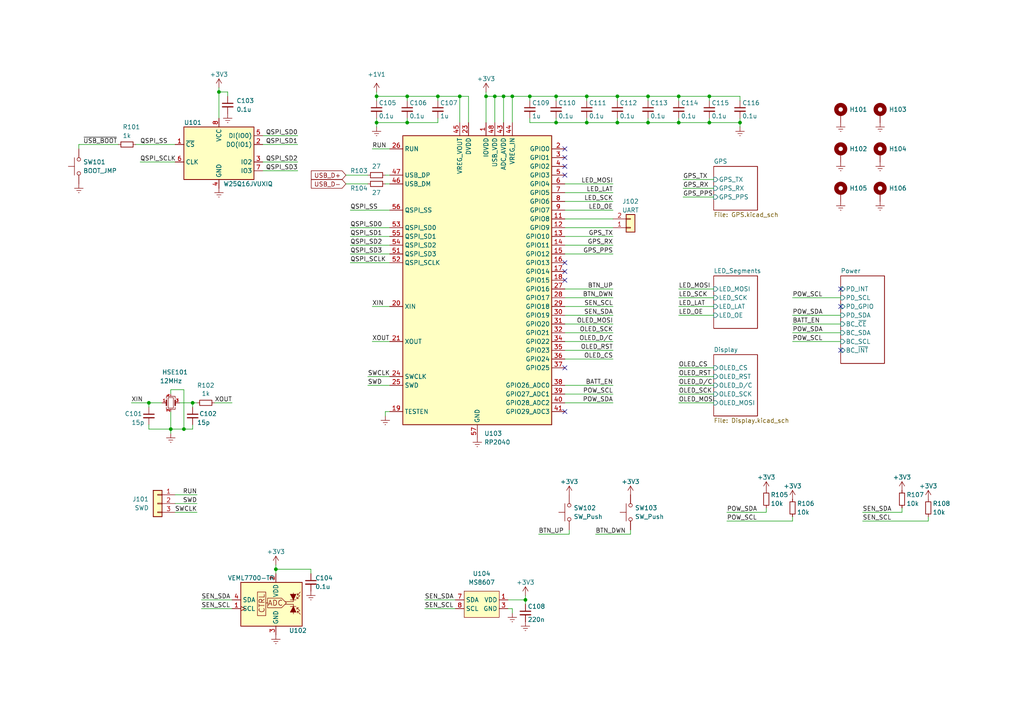
<source format=kicad_sch>
(kicad_sch (version 20211123) (generator eeschema)
  (paper "A4")
  (lib_symbols
    (symbol "Clock:MS8607"
      (property "Reference" "U" (at 0 7.62 0))
      (property "Value" "MS8607" (at 0 5.08 0))
      (symbol "MS8607_0_1"
        (rectangle (start -5.08 3.81) (end 5.08 -3.81) (fill (type background)))
      )
      (symbol "MS8607_1_1"
        (pin input line (at -7.62 1.27 0) (length 2.54) (name "VDD") (number "1"))
        (pin no_connect line (at 3.81 -6.35 90) (length 2.54) hide (name "") (number "2"))
        (pin input line (at -7.62 -1.27 0) (length 2.54) (name "GND") (number "3"))
        (pin no_connect line (at 1.27 -6.35 90) (length 2.54) hide (name "") (number "4"))
        (pin no_connect line (at -3.81 -6.35 90) (length 2.54) hide (name "") (number "5"))
        (pin no_connect line (at -1.27 -6.35 90) (length 2.54) hide (name "") (number "6"))
        (pin input line (at 7.62 1.27 180) (length 2.54) (name "SDA") (number "7"))
        (pin input line (at 7.62 -1.27 180) (length 2.54) (name "SCL") (number "8"))
      )
    )
    (symbol "Clock:VEML7700-TR"
      (property "Reference" "U" (at -7.62 6.35 0))
      (property "Value" "VEML7700-TR" (at 1.27 6.35 0))
      (symbol "VEML7700-TR_0_0"
        (polyline (pts (xy 2.413 -0.889) (xy 2.794 -0.889)))
        (polyline (pts (xy -5.08 -4.064) (xy -5.08 -1.27) (xy -2.667 -1.27)))
        (polyline (pts (xy -5.08 2.032) (xy -5.08 -0.508) (xy -2.667 -0.508)))
        (polyline (pts (xy -3.048 -0.889) (xy -1.651 -2.286) (xy 2.413 -2.286) (xy 2.413 -0.889)))
        (polyline (pts (xy -3.048 -0.889) (xy -1.651 0.508) (xy 2.413 0.508) (xy 2.413 -0.889)))
        (rectangle (start 2.921 2.286) (end 5.334 -4.572))
        (text "ADC" (at 0.127 -0.889 0) (effects (font (size 1.524 1.524))))
        (text "CTRL" (at 4.064 -1.016 900) (effects (font (size 1.524 1.524))))
      )
      (symbol "VEML7700-TR_0_1"
        (polyline (pts (xy -6.223 -3.302) (xy -7.112 -4.191)))
        (polyline (pts (xy -6.223 -3.302) (xy -6.731 -3.302)))
        (polyline (pts (xy -6.223 -3.302) (xy -6.223 -3.81)))
        (polyline (pts (xy -6.223 1.397) (xy -7.112 2.286)))
        (polyline (pts (xy -6.223 1.397) (xy -6.731 1.397)))
        (polyline (pts (xy -6.223 1.397) (xy -6.223 1.905)))
        (polyline (pts (xy -6.096 -2.286) (xy -6.985 -3.175)))
        (polyline (pts (xy -6.096 -2.286) (xy -6.604 -2.286)))
        (polyline (pts (xy -6.096 -2.286) (xy -6.096 -2.794)))
        (polyline (pts (xy -6.096 0.381) (xy -6.985 1.27)))
        (polyline (pts (xy -6.096 0.381) (xy -6.604 0.381)))
        (polyline (pts (xy -6.096 0.381) (xy -6.096 0.889)))
        (polyline (pts (xy -5.842 -1.905) (xy -4.191 -1.905)))
        (polyline (pts (xy -5.842 0) (xy -4.191 0)))
        (polyline (pts (xy -5.842 -3.556) (xy -4.191 -3.556) (xy -5.08 -1.905) (xy -5.842 -3.556)) (fill (type outline)))
        (polyline (pts (xy -5.842 1.651) (xy -4.191 1.651) (xy -5.08 0) (xy -5.842 1.651)) (fill (type outline)))
        (rectangle (start 10.16 5.08) (end -7.62 -7.62) (stroke (width 0.254)) (fill (type background)))
      )
      (symbol "VEML7700-TR_1_1"
        (pin input clock (at 12.7 -2.54 180) (length 2.54) (name "SCL") (number "1"))
        (pin power_in line (at 0 7.62 270) (length 2.54) (name "VDD") (number "2"))
        (pin power_in line (at 0 -10.16 90) (length 2.54) (name "GND") (number "3"))
        (pin bidirectional line (at 12.7 0 180) (length 2.54) (name "SDA") (number "4"))
      )
    )
    (symbol "Clock:W25Q16JVUXIQ"
      (property "Reference" "U" (at -8.89 8.89 0))
      (property "Value" "W25Q16JVUXIQ" (at 7.62 8.89 0))
      (symbol "W25Q16JVUXIQ_0_1"
        (rectangle (start -10.16 7.62) (end 10.16 -7.62) (stroke (width 0.254)) (fill (type background)))
      )
      (symbol "W25Q16JVUXIQ_1_1"
        (pin input line (at -12.7 2.54 0) (length 2.54) (name "~{CS}") (number "1"))
        (pin bidirectional line (at 12.7 2.54 180) (length 2.54) (name "DO(IO1)") (number "2"))
        (pin bidirectional line (at 12.7 -2.54 180) (length 2.54) (name "IO2") (number "3"))
        (pin power_in line (at 0 -10.16 90) (length 2.54) (name "GND") (number "4"))
        (pin bidirectional line (at 12.7 5.08 180) (length 2.54) (name "DI(IO0)") (number "5"))
        (pin input line (at -12.7 -2.54 0) (length 2.54) (name "CLK") (number "6"))
        (pin bidirectional line (at 12.7 -5.08 180) (length 2.54) (name "IO3") (number "7"))
        (pin power_in line (at 0 10.16 270) (length 2.54) (name "VCC") (number "8"))
      )
    )
    (symbol "Connector_Generic:Conn_01x02" (pin_names (offset 1.016) hide)
      (property "Reference" "J" (at 0 2.54 0))
      (property "Value" "Conn_01x02" (at 0 -5.08 0))
      (symbol "Conn_01x02_1_1"
        (rectangle (start -1.27 -2.413) (end 0 -2.667) (stroke (width 0.1524)))
        (rectangle (start -1.27 0.127) (end 0 -0.127) (stroke (width 0.1524)))
        (rectangle (start -1.27 1.27) (end 1.27 -3.81) (stroke (width 0.254)) (fill (type background)))
        (pin passive line (at -5.08 0 0) (length 3.81) (name "Pin_1") (number "1"))
        (pin passive line (at -5.08 -2.54 0) (length 3.81) (name "Pin_2") (number "2"))
      )
    )
    (symbol "Connector_Generic:Conn_01x03" (pin_names (offset 1.016) hide)
      (property "Reference" "J" (at 0 5.08 0))
      (property "Value" "Conn_01x03" (at 0 -5.08 0))
      (symbol "Conn_01x03_1_1"
        (rectangle (start -1.27 -2.413) (end 0 -2.667) (stroke (width 0.1524)))
        (rectangle (start -1.27 0.127) (end 0 -0.127) (stroke (width 0.1524)))
        (rectangle (start -1.27 2.667) (end 0 2.413) (stroke (width 0.1524)))
        (rectangle (start -1.27 3.81) (end 1.27 -3.81) (stroke (width 0.254)) (fill (type background)))
        (pin passive line (at -5.08 2.54 0) (length 3.81) (name "Pin_1") (number "1"))
        (pin passive line (at -5.08 0 0) (length 3.81) (name "Pin_2") (number "2"))
        (pin passive line (at -5.08 -2.54 0) (length 3.81) (name "Pin_3") (number "3"))
      )
    )
    (symbol "Device:C_Small" (pin_numbers hide) (pin_names (offset 0.254) hide)
      (property "Reference" "C" (at 0.254 1.778 0))
      (property "Value" "C_Small" (at 0.254 -2.032 0))
      (symbol "C_Small_0_1"
        (polyline (pts (xy -1.524 -0.508) (xy 1.524 -0.508)) (stroke (width 0.3302)))
        (polyline (pts (xy -1.524 0.508) (xy 1.524 0.508)) (stroke (width 0.3048)))
      )
      (symbol "C_Small_1_1"
        (pin passive line (at 0 2.54 270) (length 2.032) (name "~") (number "1"))
        (pin passive line (at 0 -2.54 90) (length 2.032) (name "~") (number "2"))
      )
    )
    (symbol "Device:Crystal_GND24_Small" (pin_names (offset 1.016) hide)
      (property "Reference" "Y" (at 1.27 4.445 0))
      (property "Value" "Crystal_GND24_Small" (at 1.27 2.54 0))
      (symbol "Crystal_GND24_Small_0_1"
        (rectangle (start -0.762 -1.524) (end 0.762 1.524))
        (polyline (pts (xy -1.27 -0.762) (xy -1.27 0.762)) (stroke (width 0.381)))
        (polyline (pts (xy 1.27 -0.762) (xy 1.27 0.762)) (stroke (width 0.381)))
        (polyline (pts (xy -1.27 -1.27) (xy -1.27 -1.905) (xy 1.27 -1.905) (xy 1.27 -1.27)))
        (polyline (pts (xy -1.27 1.27) (xy -1.27 1.905) (xy 1.27 1.905) (xy 1.27 1.27)))
      )
      (symbol "Crystal_GND24_Small_1_1"
        (pin passive line (at -2.54 0 0) (length 1.27) (name "1") (number "1"))
        (pin passive line (at 0 -2.54 90) (length 0.635) (name "2") (number "2"))
        (pin passive line (at 2.54 0 180) (length 1.27) (name "3") (number "3"))
        (pin passive line (at 0 2.54 270) (length 0.635) (name "4") (number "4"))
      )
    )
    (symbol "Device:R_Small" (pin_numbers hide) (pin_names (offset 0.254) hide)
      (property "Reference" "R" (at 0.762 0.508 0))
      (property "Value" "R_Small" (at 0.762 -1.016 0))
      (symbol "R_Small_0_1"
        (rectangle (start -0.762 1.778) (end 0.762 -1.778) (stroke (width 0.2032)))
      )
      (symbol "R_Small_1_1"
        (pin passive line (at 0 2.54 270) (length 0.762) (name "~") (number "1"))
        (pin passive line (at 0 -2.54 90) (length 0.762) (name "~") (number "2"))
      )
    )
    (symbol "MCU_RaspberryPi:RP2040"
      (property "Reference" "U" (at 17.78 45.72 0))
      (property "Value" "RP2040" (at 17.78 43.18 0))
      (symbol "RP2040_0_1"
        (rectangle (start -21.59 41.91) (end 21.59 -41.91) (stroke (width 0.254)) (fill (type background)))
      )
      (symbol "RP2040_1_1"
        (pin power_in line (at 2.54 45.72 270) (length 3.81) (name "IOVDD") (number "1"))
        (pin passive line (at 2.54 45.72 270) (length 3.81) hide (name "IOVDD") (number "10"))
        (pin bidirectional line (at 25.4 17.78 180) (length 3.81) (name "GPIO8") (number "11"))
        (pin bidirectional line (at 25.4 15.24 180) (length 3.81) (name "GPIO9") (number "12"))
        (pin bidirectional line (at 25.4 12.7 180) (length 3.81) (name "GPIO10") (number "13"))
        (pin bidirectional line (at 25.4 10.16 180) (length 3.81) (name "GPIO11") (number "14"))
        (pin bidirectional line (at 25.4 7.62 180) (length 3.81) (name "GPIO12") (number "15"))
        (pin bidirectional line (at 25.4 5.08 180) (length 3.81) (name "GPIO13") (number "16"))
        (pin bidirectional line (at 25.4 2.54 180) (length 3.81) (name "GPIO14") (number "17"))
        (pin bidirectional line (at 25.4 0 180) (length 3.81) (name "GPIO15") (number "18"))
        (pin input line (at -25.4 -38.1 0) (length 3.81) (name "TESTEN") (number "19"))
        (pin bidirectional line (at 25.4 38.1 180) (length 3.81) (name "GPIO0") (number "2"))
        (pin input line (at -25.4 -7.62 0) (length 3.81) (name "XIN") (number "20"))
        (pin passive line (at -25.4 -17.78 0) (length 3.81) (name "XOUT") (number "21"))
        (pin passive line (at 2.54 45.72 270) (length 3.81) hide (name "IOVDD") (number "22"))
        (pin power_in line (at -2.54 45.72 270) (length 3.81) (name "DVDD") (number "23"))
        (pin output line (at -25.4 -27.94 0) (length 3.81) (name "SWCLK") (number "24"))
        (pin bidirectional line (at -25.4 -30.48 0) (length 3.81) (name "SWD") (number "25"))
        (pin input line (at -25.4 38.1 0) (length 3.81) (name "RUN") (number "26"))
        (pin bidirectional line (at 25.4 -2.54 180) (length 3.81) (name "GPIO16") (number "27"))
        (pin bidirectional line (at 25.4 -5.08 180) (length 3.81) (name "GPIO17") (number "28"))
        (pin bidirectional line (at 25.4 -7.62 180) (length 3.81) (name "GPIO18") (number "29"))
        (pin bidirectional line (at 25.4 35.56 180) (length 3.81) (name "GPIO1") (number "3"))
        (pin bidirectional line (at 25.4 -10.16 180) (length 3.81) (name "GPIO19") (number "30"))
        (pin bidirectional line (at 25.4 -12.7 180) (length 3.81) (name "GPIO20") (number "31"))
        (pin bidirectional line (at 25.4 -15.24 180) (length 3.81) (name "GPIO21") (number "32"))
        (pin passive line (at 2.54 45.72 270) (length 3.81) hide (name "IOVDD") (number "33"))
        (pin bidirectional line (at 25.4 -17.78 180) (length 3.81) (name "GPIO22") (number "34"))
        (pin bidirectional line (at 25.4 -20.32 180) (length 3.81) (name "GPIO23") (number "35"))
        (pin bidirectional line (at 25.4 -22.86 180) (length 3.81) (name "GPIO24") (number "36"))
        (pin bidirectional line (at 25.4 -25.4 180) (length 3.81) (name "GPIO25") (number "37"))
        (pin bidirectional line (at 25.4 -30.48 180) (length 3.81) (name "GPIO26_ADC0") (number "38"))
        (pin bidirectional line (at 25.4 -33.02 180) (length 3.81) (name "GPIO27_ADC1") (number "39"))
        (pin bidirectional line (at 25.4 33.02 180) (length 3.81) (name "GPIO2") (number "4"))
        (pin bidirectional line (at 25.4 -35.56 180) (length 3.81) (name "GPIO28_ADC2") (number "40"))
        (pin bidirectional line (at 25.4 -38.1 180) (length 3.81) (name "GPIO29_ADC3") (number "41"))
        (pin passive line (at 2.54 45.72 270) (length 3.81) hide (name "IOVDD") (number "42"))
        (pin power_in line (at 7.62 45.72 270) (length 3.81) (name "ADC_AVDD") (number "43"))
        (pin power_in line (at 10.16 45.72 270) (length 3.81) (name "VREG_IN") (number "44"))
        (pin power_out line (at -5.08 45.72 270) (length 3.81) (name "VREG_VOUT") (number "45"))
        (pin bidirectional line (at -25.4 27.94 0) (length 3.81) (name "USB_DM") (number "46"))
        (pin bidirectional line (at -25.4 30.48 0) (length 3.81) (name "USB_DP") (number "47"))
        (pin power_in line (at 5.08 45.72 270) (length 3.81) (name "USB_VDD") (number "48"))
        (pin passive line (at 2.54 45.72 270) (length 3.81) hide (name "IOVDD") (number "49"))
        (pin bidirectional line (at 25.4 30.48 180) (length 3.81) (name "GPIO3") (number "5"))
        (pin passive line (at -2.54 45.72 270) (length 3.81) hide (name "DVDD") (number "50"))
        (pin bidirectional line (at -25.4 7.62 0) (length 3.81) (name "QSPI_SD3") (number "51"))
        (pin output line (at -25.4 5.08 0) (length 3.81) (name "QSPI_SCLK") (number "52"))
        (pin bidirectional line (at -25.4 15.24 0) (length 3.81) (name "QSPI_SD0") (number "53"))
        (pin bidirectional line (at -25.4 10.16 0) (length 3.81) (name "QSPI_SD2") (number "54"))
        (pin bidirectional line (at -25.4 12.7 0) (length 3.81) (name "QSPI_SD1") (number "55"))
        (pin bidirectional line (at -25.4 20.32 0) (length 3.81) (name "QSPI_SS") (number "56"))
        (pin power_in line (at 0 -45.72 90) (length 3.81) (name "GND") (number "57"))
        (pin bidirectional line (at 25.4 27.94 180) (length 3.81) (name "GPIO4") (number "6"))
        (pin bidirectional line (at 25.4 25.4 180) (length 3.81) (name "GPIO5") (number "7"))
        (pin bidirectional line (at 25.4 22.86 180) (length 3.81) (name "GPIO6") (number "8"))
        (pin bidirectional line (at 25.4 20.32 180) (length 3.81) (name "GPIO7") (number "9"))
      )
    )
    (symbol "Mechanical:MountingHole_Pad" (pin_numbers hide) (pin_names (offset 1.016) hide)
      (property "Reference" "H" (at 0 6.35 0))
      (property "Value" "MountingHole_Pad" (at 0 4.445 0))
      (symbol "MountingHole_Pad_0_1"
        (circle (center 0 1.27) (radius 1.27) (stroke (width 1.27)))
      )
      (symbol "MountingHole_Pad_1_1"
        (pin input line (at 0 -2.54 90) (length 2.54) (name "1") (number "1"))
      )
    )
    (symbol "Switch:SW_Push" (pin_numbers hide) (pin_names (offset 1.016) hide)
      (property "Reference" "SW" (at 1.27 2.54 0))
      (property "Value" "SW_Push" (at 0 -1.524 0))
      (symbol "SW_Push_0_1"
        (circle (center -2.032 0) (radius 0.508))
        (polyline (pts (xy 0 1.27) (xy 0 3.048)))
        (polyline (pts (xy 2.54 1.27) (xy -2.54 1.27)))
        (circle (center 2.032 0) (radius 0.508))
        (pin passive line (at -5.08 0 0) (length 2.54) (name "1") (number "1"))
        (pin passive line (at 5.08 0 180) (length 2.54) (name "2") (number "2"))
      )
    )
    (symbol "power:+1V1" (power) (pin_names (offset 0))
      (property "Value" "+1V1" (at 0 3.556 0))
      (symbol "+1V1_0_1"
        (polyline (pts (xy -0.762 1.27) (xy 0 2.54)))
        (polyline (pts (xy 0 0) (xy 0 2.54)))
        (polyline (pts (xy 0 2.54) (xy 0.762 1.27)))
      )
      (symbol "+1V1_1_1"
        (pin power_in line (at 0 0 90) (length 0) hide (name "+1V1") (number "1"))
      )
    )
    (symbol "power:+3V3" (power) (pin_names (offset 0))
      (property "Value" "+3V3" (at 0 3.556 0))
      (symbol "+3V3_0_1"
        (polyline (pts (xy -0.762 1.27) (xy 0 2.54)))
        (polyline (pts (xy 0 0) (xy 0 2.54)))
        (polyline (pts (xy 0 2.54) (xy 0.762 1.27)))
      )
      (symbol "+3V3_1_1"
        (pin power_in line (at 0 0 90) (length 0) hide (name "+3V3") (number "1"))
      )
    )
    (symbol "power:Earth" (power) (pin_names (offset 0))
      (symbol "Earth_0_1"
        (polyline (pts (xy -0.635 -1.905) (xy 0.635 -1.905)))
        (polyline (pts (xy -0.127 -2.54) (xy 0.127 -2.54)))
        (polyline (pts (xy 0 -1.27) (xy 0 0)))
        (polyline (pts (xy 1.27 -1.27) (xy -1.27 -1.27)))
      )
      (symbol "Earth_1_1"
        (pin power_in line (at 0 0 270) (length 0) hide (name "Earth") (number "1"))
      )
    )
  )
  (junction (at 161.29 35.56))
  (junction (at 63.5 26.67))
  (junction (at 53.34 124.46))
  (junction (at 109.22 35.56))
  (junction (at 133.35 27.94))
  (junction (at 161.29 27.94))
  (junction (at 43.18 116.84))
  (junction (at 80.01 165.1))
  (junction (at 170.18 35.56))
  (junction (at 170.18 27.94))
  (junction (at 214.63 35.56))
  (junction (at 55.88 116.84))
  (junction (at 152.4 173.99))
  (junction (at 196.85 27.94))
  (junction (at 127 27.94))
  (junction (at 143.51 27.94))
  (junction (at 196.85 35.56))
  (junction (at 187.96 35.56))
  (junction (at 205.74 27.94))
  (junction (at 153.67 27.94))
  (junction (at 187.96 27.94))
  (junction (at 49.53 124.46))
  (junction (at 109.22 27.94))
  (junction (at 140.97 27.94))
  (junction (at 148.59 27.94))
  (junction (at 205.74 35.56))
  (junction (at 146.05 27.94))
  (junction (at 118.11 35.56))
  (junction (at 179.07 35.56))
  (junction (at 118.11 27.94))
  (junction (at 179.07 27.94))
  (no_connect (at 163.83 106.68))
  (no_connect (at 243.84 101.6))
  (no_connect (at 163.83 119.38))
  (no_connect (at 163.83 43.18))
  (no_connect (at 163.83 76.2))
  (no_connect (at 163.83 48.26))
  (no_connect (at 163.83 78.74))
  (no_connect (at 163.83 45.72))
  (no_connect (at 163.83 81.28))
  (no_connect (at 163.83 50.8))
  (no_connect (at 243.84 88.9))
  (no_connect (at 243.84 83.82))
  (wire (pts (xy 53.34 124.46) (xy 49.53 124.46)))
  (wire (pts (xy 187.96 27.94) (xy 187.96 29.21)))
  (wire (pts (xy 22.86 41.91) (xy 34.29 41.91)))
  (wire (pts (xy 55.88 116.84) (xy 55.88 118.11)))
  (wire (pts (xy 163.83 86.36) (xy 177.8 86.36)))
  (wire (pts (xy 148.59 177.8) (xy 148.59 176.53)))
  (wire (pts (xy 53.34 113.03) (xy 53.34 124.46)))
  (wire (pts (xy 107.95 43.18) (xy 113.03 43.18)))
  (wire (pts (xy 161.29 27.94) (xy 170.18 27.94)))
  (wire (pts (xy 170.18 27.94) (xy 179.07 27.94)))
  (wire (pts (xy 205.74 35.56) (xy 196.85 35.56)))
  (wire (pts (xy 177.8 111.76) (xy 163.83 111.76)))
  (wire (pts (xy 90.17 165.1) (xy 80.01 165.1)))
  (wire (pts (xy 187.96 34.29) (xy 187.96 35.56)))
  (wire (pts (xy 170.18 35.56) (xy 161.29 35.56)))
  (wire (pts (xy 80.01 163.83) (xy 80.01 165.1)))
  (wire (pts (xy 163.83 93.98) (xy 177.8 93.98)))
  (wire (pts (xy 163.83 83.82) (xy 177.8 83.82)))
  (wire (pts (xy 250.19 151.13) (xy 269.24 151.13)))
  (wire (pts (xy 43.18 124.46) (xy 49.53 124.46)))
  (wire (pts (xy 198.12 54.61) (xy 207.01 54.61)))
  (wire (pts (xy 76.2 39.37) (xy 86.36 39.37)))
  (wire (pts (xy 140.97 35.56) (xy 140.97 27.94)))
  (wire (pts (xy 163.83 104.14) (xy 177.8 104.14)))
  (wire (pts (xy 196.85 83.82) (xy 207.01 83.82)))
  (wire (pts (xy 163.83 88.9) (xy 177.8 88.9)))
  (wire (pts (xy 118.11 34.29) (xy 118.11 35.56)))
  (wire (pts (xy 165.1 154.94) (xy 165.1 153.67)))
  (wire (pts (xy 76.2 49.53) (xy 86.36 49.53)))
  (wire (pts (xy 163.83 96.52) (xy 177.8 96.52)))
  (wire (pts (xy 118.11 27.94) (xy 118.11 29.21)))
  (wire (pts (xy 57.15 143.51) (xy 50.8 143.51)))
  (wire (pts (xy 163.83 63.5) (xy 177.8 63.5)))
  (wire (pts (xy 152.4 172.72) (xy 152.4 173.99)))
  (wire (pts (xy 163.83 99.06) (xy 177.8 99.06)))
  (wire (pts (xy 250.19 148.59) (xy 261.62 148.59)))
  (wire (pts (xy 109.22 35.56) (xy 109.22 36.83)))
  (wire (pts (xy 229.87 96.52) (xy 243.84 96.52)))
  (wire (pts (xy 214.63 35.56) (xy 214.63 36.83)))
  (wire (pts (xy 111.76 119.38) (xy 113.03 119.38)))
  (wire (pts (xy 148.59 27.94) (xy 148.59 35.56)))
  (wire (pts (xy 111.76 50.8) (xy 113.03 50.8)))
  (wire (pts (xy 111.76 53.34) (xy 113.03 53.34)))
  (wire (pts (xy 182.88 153.67) (xy 182.88 154.94)))
  (wire (pts (xy 127 35.56) (xy 118.11 35.56)))
  (wire (pts (xy 100.33 50.8) (xy 106.68 50.8)))
  (wire (pts (xy 153.67 27.94) (xy 161.29 27.94)))
  (wire (pts (xy 43.18 116.84) (xy 46.99 116.84)))
  (wire (pts (xy 229.87 86.36) (xy 243.84 86.36)))
  (wire (pts (xy 22.86 43.18) (xy 22.86 41.91)))
  (wire (pts (xy 163.83 71.12) (xy 177.8 71.12)))
  (wire (pts (xy 163.83 91.44) (xy 177.8 91.44)))
  (wire (pts (xy 163.83 53.34) (xy 177.8 53.34)))
  (wire (pts (xy 222.25 147.32) (xy 222.25 148.59)))
  (wire (pts (xy 161.29 35.56) (xy 153.67 35.56)))
  (wire (pts (xy 179.07 35.56) (xy 170.18 35.56)))
  (wire (pts (xy 76.2 41.91) (xy 86.36 41.91)))
  (wire (pts (xy 143.51 27.94) (xy 146.05 27.94)))
  (wire (pts (xy 109.22 27.94) (xy 118.11 27.94)))
  (wire (pts (xy 118.11 35.56) (xy 109.22 35.56)))
  (wire (pts (xy 161.29 27.94) (xy 161.29 29.21)))
  (wire (pts (xy 152.4 173.99) (xy 147.32 173.99)))
  (wire (pts (xy 179.07 27.94) (xy 179.07 29.21)))
  (wire (pts (xy 163.83 66.04) (xy 177.8 66.04)))
  (wire (pts (xy 123.19 176.53) (xy 132.08 176.53)))
  (wire (pts (xy 196.85 114.3) (xy 207.01 114.3)))
  (wire (pts (xy 196.85 27.94) (xy 205.74 27.94)))
  (wire (pts (xy 205.74 27.94) (xy 205.74 29.21)))
  (wire (pts (xy 57.15 148.59) (xy 50.8 148.59)))
  (wire (pts (xy 229.87 149.86) (xy 229.87 151.13)))
  (wire (pts (xy 55.88 124.46) (xy 53.34 124.46)))
  (wire (pts (xy 90.17 166.37) (xy 90.17 165.1)))
  (wire (pts (xy 152.4 175.26) (xy 152.4 173.99)))
  (wire (pts (xy 210.82 151.13) (xy 229.87 151.13)))
  (wire (pts (xy 163.83 58.42) (xy 177.8 58.42)))
  (wire (pts (xy 198.12 57.15) (xy 207.01 57.15)))
  (wire (pts (xy 196.85 34.29) (xy 196.85 35.56)))
  (wire (pts (xy 229.87 93.98) (xy 243.84 93.98)))
  (wire (pts (xy 63.5 25.4) (xy 63.5 26.67)))
  (wire (pts (xy 205.74 27.94) (xy 214.63 27.94)))
  (wire (pts (xy 127 34.29) (xy 127 35.56)))
  (wire (pts (xy 58.42 173.99) (xy 67.31 173.99)))
  (wire (pts (xy 196.85 111.76) (xy 207.01 111.76)))
  (wire (pts (xy 163.83 73.66) (xy 177.8 73.66)))
  (wire (pts (xy 229.87 99.06) (xy 243.84 99.06)))
  (wire (pts (xy 101.6 71.12) (xy 113.03 71.12)))
  (wire (pts (xy 187.96 27.94) (xy 196.85 27.94)))
  (wire (pts (xy 196.85 106.68) (xy 207.01 106.68)))
  (wire (pts (xy 101.6 66.04) (xy 113.03 66.04)))
  (wire (pts (xy 76.2 46.99) (xy 86.36 46.99)))
  (wire (pts (xy 106.68 109.22) (xy 113.03 109.22)))
  (wire (pts (xy 55.88 123.19) (xy 55.88 124.46)))
  (wire (pts (xy 57.15 146.05) (xy 50.8 146.05)))
  (wire (pts (xy 163.83 114.3) (xy 177.8 114.3)))
  (wire (pts (xy 101.6 60.96) (xy 113.03 60.96)))
  (wire (pts (xy 52.07 116.84) (xy 55.88 116.84)))
  (wire (pts (xy 172.72 154.94) (xy 182.88 154.94)))
  (wire (pts (xy 43.18 116.84) (xy 43.18 118.11)))
  (wire (pts (xy 109.22 29.21) (xy 109.22 27.94)))
  (wire (pts (xy 43.18 123.19) (xy 43.18 124.46)))
  (wire (pts (xy 269.24 149.86) (xy 269.24 151.13)))
  (wire (pts (xy 163.83 68.58) (xy 177.8 68.58)))
  (wire (pts (xy 101.6 76.2) (xy 113.03 76.2)))
  (wire (pts (xy 127 27.94) (xy 133.35 27.94)))
  (wire (pts (xy 66.04 26.67) (xy 66.04 27.94)))
  (wire (pts (xy 179.07 27.94) (xy 187.96 27.94)))
  (wire (pts (xy 107.95 99.06) (xy 113.03 99.06)))
  (wire (pts (xy 196.85 35.56) (xy 187.96 35.56)))
  (wire (pts (xy 170.18 34.29) (xy 170.18 35.56)))
  (wire (pts (xy 49.53 113.03) (xy 53.34 113.03)))
  (wire (pts (xy 140.97 26.67) (xy 140.97 27.94)))
  (wire (pts (xy 214.63 34.29) (xy 214.63 35.56)))
  (wire (pts (xy 187.96 35.56) (xy 179.07 35.56)))
  (wire (pts (xy 111.76 120.65) (xy 111.76 119.38)))
  (wire (pts (xy 214.63 29.21) (xy 214.63 27.94)))
  (wire (pts (xy 261.62 147.32) (xy 261.62 148.59)))
  (wire (pts (xy 196.85 27.94) (xy 196.85 29.21)))
  (wire (pts (xy 107.95 88.9) (xy 113.03 88.9)))
  (wire (pts (xy 161.29 34.29) (xy 161.29 35.56)))
  (wire (pts (xy 49.53 114.3) (xy 49.53 113.03)))
  (wire (pts (xy 143.51 27.94) (xy 143.51 35.56)))
  (wire (pts (xy 38.1 116.84) (xy 43.18 116.84)))
  (wire (pts (xy 39.37 41.91) (xy 50.8 41.91)))
  (wire (pts (xy 133.35 35.56) (xy 133.35 27.94)))
  (wire (pts (xy 196.85 116.84) (xy 207.01 116.84)))
  (wire (pts (xy 49.53 119.38) (xy 49.53 124.46)))
  (wire (pts (xy 163.83 101.6) (xy 177.8 101.6)))
  (wire (pts (xy 205.74 34.29) (xy 205.74 35.56)))
  (wire (pts (xy 156.21 154.94) (xy 165.1 154.94)))
  (wire (pts (xy 198.12 52.07) (xy 207.01 52.07)))
  (wire (pts (xy 163.83 60.96) (xy 177.8 60.96)))
  (wire (pts (xy 63.5 34.29) (xy 63.5 26.67)))
  (wire (pts (xy 146.05 27.94) (xy 148.59 27.94)))
  (wire (pts (xy 118.11 27.94) (xy 127 27.94)))
  (wire (pts (xy 146.05 27.94) (xy 146.05 35.56)))
  (wire (pts (xy 58.42 176.53) (xy 67.31 176.53)))
  (wire (pts (xy 153.67 29.21) (xy 153.67 27.94)))
  (wire (pts (xy 63.5 26.67) (xy 66.04 26.67)))
  (wire (pts (xy 179.07 34.29) (xy 179.07 35.56)))
  (wire (pts (xy 170.18 27.94) (xy 170.18 29.21)))
  (wire (pts (xy 109.22 35.56) (xy 109.22 34.29)))
  (wire (pts (xy 210.82 148.59) (xy 222.25 148.59)))
  (wire (pts (xy 106.68 111.76) (xy 113.03 111.76)))
  (wire (pts (xy 214.63 35.56) (xy 205.74 35.56)))
  (wire (pts (xy 229.87 91.44) (xy 243.84 91.44)))
  (wire (pts (xy 100.33 53.34) (xy 106.68 53.34)))
  (wire (pts (xy 135.89 27.94) (xy 135.89 35.56)))
  (wire (pts (xy 196.85 91.44) (xy 207.01 91.44)))
  (wire (pts (xy 127 27.94) (xy 127 29.21)))
  (wire (pts (xy 62.23 116.84) (xy 67.31 116.84)))
  (wire (pts (xy 101.6 73.66) (xy 113.03 73.66)))
  (wire (pts (xy 196.85 88.9) (xy 207.01 88.9)))
  (wire (pts (xy 196.85 109.22) (xy 207.01 109.22)))
  (wire (pts (xy 80.01 165.1) (xy 80.01 166.37)))
  (wire (pts (xy 57.15 116.84) (xy 55.88 116.84)))
  (wire (pts (xy 163.83 55.88) (xy 177.8 55.88)))
  (wire (pts (xy 196.85 86.36) (xy 207.01 86.36)))
  (wire (pts (xy 140.97 27.94) (xy 143.51 27.94)))
  (wire (pts (xy 40.64 46.99) (xy 50.8 46.99)))
  (wire (pts (xy 148.59 176.53) (xy 147.32 176.53)))
  (wire (pts (xy 163.83 116.84) (xy 177.8 116.84)))
  (wire (pts (xy 133.35 27.94) (xy 135.89 27.94)))
  (wire (pts (xy 101.6 68.58) (xy 113.03 68.58)))
  (wire (pts (xy 153.67 35.56) (xy 153.67 34.29)))
  (wire (pts (xy 153.67 27.94) (xy 148.59 27.94)))
  (wire (pts (xy 49.53 125.73) (xy 49.53 124.46)))
  (wire (pts (xy 109.22 26.67) (xy 109.22 27.94)))
  (wire (pts (xy 123.19 173.99) (xy 132.08 173.99)))
  (label "POW_SDA" (at 177.8 116.84 180))
  (label "RUN" (at 57.15 143.51 180))
  (label "BTN_DWN" (at 177.8 86.36 180))
  (label "OLED_SCK" (at 177.8 96.52 180))
  (label "GPS_PPS" (at 198.12 57.15 0))
  (label "POW_SCL" (at 210.82 151.13 0))
  (label "LED_LAT" (at 196.85 88.9 0))
  (label "QSPI_SD1" (at 101.6 68.58 0))
  (label "QSPI_SD3" (at 101.6 73.66 0))
  (label "~{USB_BOOT}" (at 24.13 41.91 0))
  (label "SEN_SDA" (at 58.42 173.99 0))
  (label "OLED_RST" (at 177.8 101.6 180))
  (label "OLED_MOSI" (at 177.8 93.98 180))
  (label "QSPI_SCLK" (at 40.64 46.99 0))
  (label "POW_SDA" (at 210.82 148.59 0))
  (label "LED_SCK" (at 196.85 86.36 0))
  (label "BATT_EN" (at 177.8 111.76 180))
  (label "LED_OE" (at 196.85 91.44 0))
  (label "OLED_CS" (at 177.8 104.14 180))
  (label "RUN" (at 107.95 43.18 0))
  (label "SWD" (at 106.68 111.76 0))
  (label "LED_OE" (at 177.8 60.96 180))
  (label "POW_SDA" (at 229.87 91.44 0))
  (label "GPS_RX" (at 198.12 54.61 0))
  (label "QSPI_SD0" (at 101.6 66.04 0))
  (label "QSPI_SS" (at 40.64 41.91 0))
  (label "QSPI_SCLK" (at 101.6 76.2 0))
  (label "OLED_RST" (at 196.85 109.22 0))
  (label "LED_MOSI" (at 196.85 83.82 0))
  (label "XOUT" (at 67.31 116.84 180))
  (label "GPS_PPS" (at 177.8 73.66 180))
  (label "SEN_SCL" (at 250.19 151.13 0))
  (label "QSPI_SD3" (at 86.36 49.53 180))
  (label "QSPI_SD0" (at 86.36 39.37 180))
  (label "QSPI_SD1" (at 86.36 41.91 180))
  (label "XIN" (at 38.1 116.84 0))
  (label "QSPI_SS" (at 101.6 60.96 0))
  (label "LED_LAT" (at 177.8 55.88 180))
  (label "OLED_MOSI" (at 196.85 116.84 0))
  (label "OLED_SCK" (at 196.85 114.3 0))
  (label "SEN_SCL" (at 58.42 176.53 0))
  (label "BTN_UP" (at 156.21 154.94 0))
  (label "SEN_SCL" (at 123.19 176.53 0))
  (label "QSPI_SD2" (at 101.6 71.12 0))
  (label "LED_MOSI" (at 177.8 53.34 180))
  (label "SWCLK" (at 57.15 148.59 180))
  (label "POW_SCL" (at 229.87 99.06 0))
  (label "GPS_RX" (at 177.8 71.12 180))
  (label "QSPI_SD2" (at 86.36 46.99 180))
  (label "GPS_TX" (at 177.8 68.58 180))
  (label "POW_SCL" (at 177.8 114.3 180))
  (label "BATT_EN" (at 229.87 93.98 0))
  (label "OLED_D{slash}C" (at 196.85 111.76 0))
  (label "GPS_TX" (at 198.12 52.07 0))
  (label "XIN" (at 107.95 88.9 0))
  (label "POW_SCL" (at 229.87 86.36 0))
  (label "SEN_SCL" (at 177.8 88.9 180))
  (label "OLED_CS" (at 196.85 106.68 0))
  (label "XOUT" (at 107.95 99.06 0))
  (label "SEN_SDA" (at 250.19 148.59 0))
  (label "SEN_SDA" (at 177.8 91.44 180))
  (label "SEN_SDA" (at 123.19 173.99 0))
  (label "BTN_DWN" (at 172.72 154.94 0))
  (label "OLED_D{slash}C" (at 177.8 99.06 180))
  (label "LED_SCK" (at 177.8 58.42 180))
  (label "POW_SDA" (at 229.87 96.52 0))
  (label "SWCLK" (at 106.68 109.22 0))
  (label "SWD" (at 57.15 146.05 180))
  (label "BTN_UP" (at 177.8 83.82 180))
  (global_label "USB_D+" (shape input) (at 100.33 50.8 180) (property "Intersheet References" "${INTERSHEET_REFS}" (effects hide)))
  (global_label "USB_D-" (shape input) (at 100.33 53.34 180) (property "Intersheet References" "${INTERSHEET_REFS}" (effects hide)))
  (symbol (lib_id "Mechanical:MountingHole_Pad") (at 255.27 33.02 0) (unit 1)
    (property "Reference" "H103" (at 257.81 31.7499 0) (effects (justify left)))
    (property "Value" "MountingHole_Pad" (effects hide))
    (property "Footprint" "MountingHole:MountingHole_2.2mm_M2_DIN965_Pad" (effects hide))
  )
  (symbol (lib_id "power:+3V3") (at 261.62 142.24 0) (unit 1)
    (property "Reference" "#PWR0126" (effects hide))
    (property "Value" "+3V3" (at 261.62 138.43 0))
  )
  (symbol (lib_id "Device:C_Small") (at 214.63 31.75 0) (unit 1)
    (property "Reference" "C116" (at 215.265 29.845 0) (effects (justify left)))
    (property "Value" "0.1u" (at 215.265 33.655 0) (effects (justify left)))
    (property "Footprint" "Capacitor_SMD:C_0402_1005Metric" (effects hide))
  )
  (symbol (lib_id "Mechanical:MountingHole_Pad") (at 243.84 33.02 0) (unit 1)
    (property "Reference" "H101" (at 246.38 31.7499 0) (effects (justify left)))
    (property "Value" "MountingHole_Pad" (effects hide))
    (property "Footprint" "MountingHole:MountingHole_2.2mm_M2_DIN965_Pad" (effects hide))
  )
  (symbol (lib_id "power:Earth") (at 243.84 46.99 0) (unit 1)
    (property "Reference" "#PWR0123" (effects hide))
    (property "Value" "Earth" (effects hide))
  )
  (symbol (lib_id "power:+3V3") (at 222.25 142.24 0) (unit 1)
    (property "Reference" "#PWR0120" (effects hide))
    (property "Value" "+3V3" (at 222.25 138.43 0))
  )
  (symbol (lib_id "power:Earth") (at 214.63 36.83 0) (mirror y) (unit 1)
    (property "Reference" "#PWR0119" (effects hide))
    (property "Value" "Earth" (effects hide))
  )
  (symbol (lib_id "power:Earth") (at 63.5 54.61 0) (mirror y) (unit 1)
    (property "Reference" "#PWR0104" (effects hide))
    (property "Value" "Earth" (effects hide))
  )
  (symbol (lib_id "Device:R_Small") (at 109.22 50.8 90) (unit 1)
    (property "Reference" "R103" (at 106.68 49.53 90) (effects (justify left)))
    (property "Value" "27" (at 110.49 48.26 90) (effects (justify left)))
    (property "Footprint" "Resistor_SMD:R_0402_1005Metric" (effects hide))
  )
  (symbol (lib_id "power:Earth") (at 80.01 184.15 0) (mirror y) (unit 1)
    (property "Reference" "#PWR0107" (effects hide))
    (property "Value" "Earth" (effects hide))
  )
  (symbol (lib_id "Device:C_Small") (at 170.18 31.75 0) (unit 1)
    (property "Reference" "C111" (at 170.815 29.845 0) (effects (justify left)))
    (property "Value" "0.1u" (at 170.815 33.655 0) (effects (justify left)))
    (property "Footprint" "Capacitor_SMD:C_0402_1005Metric" (effects hide))
  )
  (symbol (lib_id "power:Earth") (at 66.04 33.02 0) (mirror y) (unit 1)
    (property "Reference" "#PWR0105" (effects hide))
    (property "Value" "Earth" (effects hide))
  )
  (symbol (lib_id "power:Earth") (at 152.4 180.34 0) (unit 1)
    (property "Reference" "#PWR0116" (effects hide))
    (property "Value" "Earth" (effects hide))
  )
  (symbol (lib_id "Device:C_Small") (at 55.88 120.65 0) (unit 1)
    (property "Reference" "C102" (at 57.785 120.015 0) (effects (justify left)))
    (property "Value" "15p" (at 57.15 122.555 0) (effects (justify left)))
    (property "Footprint" "Capacitor_SMD:C_0402_1005Metric" (effects hide))
  )
  (symbol (lib_id "power:+3V3") (at 80.01 163.83 0) (mirror y) (unit 1)
    (property "Reference" "#PWR0106" (effects hide))
    (property "Value" "+3V3" (at 80.01 160.02 0))
  )
  (symbol (lib_id "power:Earth") (at 255.27 46.99 0) (unit 1)
    (property "Reference" "#PWR0125" (effects hide))
    (property "Value" "Earth" (effects hide))
  )
  (symbol (lib_id "Switch:SW_Push") (at 182.88 148.59 90) (mirror x) (unit 1)
    (property "Reference" "SW103" (at 184.15 147.3199 90) (effects (justify right)))
    (property "Value" "SW_Push" (at 184.15 149.8599 90) (effects (justify right)))
    (property "Footprint" "clock:EVQP4xB3x" (effects hide))
  )
  (symbol (lib_id "power:Earth") (at 138.43 127 0) (mirror y) (unit 1)
    (property "Reference" "#PWR0112" (effects hide))
    (property "Value" "Earth" (effects hide))
  )
  (symbol (lib_id "power:Earth") (at 148.59 177.8 0) (unit 1)
    (property "Reference" "#PWR0114" (effects hide))
    (property "Value" "Earth" (effects hide))
  )
  (symbol (lib_id "Clock:VEML7700-TR") (at 80.01 173.99 0) (mirror y) (unit 1)
    (property "Reference" "U102" (at 83.82 182.88 0) (effects (justify right)))
    (property "Value" "VEML7700-TR" (at 66.04 167.64 0) (effects (justify right)))
    (property "Footprint" "clock:VEML7700" (effects hide))
    (property "Datasheet" "https://www.vishay.com/docs/84286/veml7700.pdf" (effects hide))
  )
  (symbol (lib_id "Device:C_Small") (at 43.18 120.65 0) (mirror y) (unit 1)
    (property "Reference" "C101" (at 41.275 120.015 0) (effects (justify left)))
    (property "Value" "15p" (at 41.91 122.555 0) (effects (justify left)))
    (property "Footprint" "Capacitor_SMD:C_0402_1005Metric" (effects hide))
  )
  (symbol (lib_id "power:Earth") (at 255.27 58.42 0) (unit 1)
    (property "Reference" "#PWR0129" (effects hide))
    (property "Value" "Earth" (effects hide))
  )
  (symbol (lib_id "Device:C_Small") (at 152.4 177.8 0) (unit 1)
    (property "Reference" "C108" (at 153.035 175.895 0) (effects (justify left)))
    (property "Value" "220n" (at 153.035 179.705 0) (effects (justify left)))
    (property "Footprint" "Capacitor_SMD:C_0402_1005Metric" (effects hide))
  )
  (symbol (lib_id "power:Earth") (at 243.84 58.42 0) (unit 1)
    (property "Reference" "#PWR0128" (effects hide))
    (property "Value" "Earth" (effects hide))
  )
  (symbol (lib_id "Clock:MS8607") (at 139.7 175.26 0) (mirror y) (unit 1)
    (property "Reference" "U104" (at 139.7 166.37 0))
    (property "Value" "MS8607" (at 139.7 168.91 0))
    (property "Footprint" "clock:MS8607" (effects hide))
  )
  (symbol (lib_id "Mechanical:MountingHole_Pad") (at 255.27 55.88 0) (unit 1)
    (property "Reference" "H106" (at 257.81 54.6099 0) (effects (justify left)))
    (property "Value" "MountingHole_Pad" (effects hide))
    (property "Footprint" "MountingHole:MountingHole_2.2mm_M2_DIN965_Pad" (effects hide))
  )
  (symbol (lib_id "Device:C_Small") (at 187.96 31.75 0) (unit 1)
    (property "Reference" "C113" (at 188.595 29.845 0) (effects (justify left)))
    (property "Value" "0.1u" (at 188.595 33.655 0) (effects (justify left)))
    (property "Footprint" "Capacitor_SMD:C_0402_1005Metric" (effects hide))
  )
  (symbol (lib_id "power:Earth") (at 22.86 53.34 0) (mirror y) (unit 1)
    (property "Reference" "#PWR0101" (effects hide))
    (property "Value" "Earth" (effects hide))
  )
  (symbol (lib_id "Connector_Generic:Conn_01x02") (at 182.88 66.04 0) (mirror x) (unit 1)
    (property "Reference" "J102" (at 182.88 58.42 0))
    (property "Value" "UART" (at 182.88 60.96 0))
    (property "Footprint" "Connector_PinHeader_1.27mm:PinHeader_1x02_P1.27mm_Vertical" (effects hide))
  )
  (symbol (lib_id "power:+3V3") (at 152.4 172.72 0) (unit 1)
    (property "Reference" "#PWR0115" (effects hide))
    (property "Value" "+3V3" (at 152.4 168.91 0))
  )
  (symbol (lib_id "Device:Crystal_GND24_Small") (at 49.53 116.84 0) (unit 1)
    (property "Reference" "HSE101" (at 46.99 107.95 0) (effects (justify left)))
    (property "Value" "12MHz" (at 46.355 110.49 0) (effects (justify left)))
    (property "Footprint" "Crystal:Crystal_SMD_3225-4Pin_3.2x2.5mm" (effects hide))
  )
  (symbol (lib_id "Device:C_Small") (at 127 31.75 0) (unit 1)
    (property "Reference" "C107" (at 127.635 29.845 0) (effects (justify left)))
    (property "Value" "1u" (at 127.635 33.655 0) (effects (justify left)))
    (property "Footprint" "Capacitor_SMD:C_0402_1005Metric" (effects hide))
  )
  (symbol (lib_id "Device:R_Small") (at 36.83 41.91 90) (unit 1)
    (property "Reference" "R101" (at 35.56 36.83 90) (effects (justify right)))
    (property "Value" "1k" (at 35.56 39.37 90) (effects (justify right)))
    (property "Footprint" "Resistor_SMD:R_0402_1005Metric" (effects hide))
  )
  (symbol (lib_id "Device:C_Small") (at 109.22 31.75 0) (unit 1)
    (property "Reference" "C105" (at 109.855 29.845 0) (effects (justify left)))
    (property "Value" "0.1u" (at 109.855 33.655 0) (effects (justify left)))
    (property "Footprint" "Capacitor_SMD:C_0402_1005Metric" (effects hide))
  )
  (symbol (lib_id "Switch:SW_Push") (at 22.86 48.26 90) (mirror x) (unit 1)
    (property "Reference" "SW101" (at 24.13 46.9899 90) (effects (justify right)))
    (property "Value" "BOOT_JMP" (at 24.13 49.5299 90) (effects (justify right)))
    (property "Footprint" "clock:EVQP4xB3x" (effects hide))
  )
  (symbol (lib_id "Device:R_Small") (at 269.24 147.32 0) (unit 1)
    (property "Reference" "R108" (at 270.51 146.05 0) (effects (justify left)))
    (property "Value" "10k" (at 270.51 148.59 0) (effects (justify left)))
    (property "Footprint" "Resistor_SMD:R_0402_1005Metric" (effects hide))
  )
  (symbol (lib_id "power:Earth") (at 109.22 36.83 0) (mirror y) (unit 1)
    (property "Reference" "#PWR0110" (effects hide))
    (property "Value" "Earth" (effects hide))
  )
  (symbol (lib_id "power:Earth") (at 243.84 35.56 0) (unit 1)
    (property "Reference" "#PWR0122" (effects hide))
    (property "Value" "Earth" (effects hide))
  )
  (symbol (lib_id "Device:R_Small") (at 261.62 144.78 0) (unit 1)
    (property "Reference" "R107" (at 262.89 143.51 0) (effects (justify left)))
    (property "Value" "10k" (at 262.89 146.05 0) (effects (justify left)))
    (property "Footprint" "Resistor_SMD:R_0402_1005Metric" (effects hide))
  )
  (symbol (lib_id "Device:R_Small") (at 109.22 53.34 90) (mirror x) (unit 1)
    (property "Reference" "R104" (at 106.68 54.61 90) (effects (justify left)))
    (property "Value" "27" (at 110.49 55.88 90) (effects (justify left)))
    (property "Footprint" "Resistor_SMD:R_0402_1005Metric" (effects hide))
  )
  (symbol (lib_id "Device:R_Small") (at 59.69 116.84 270) (unit 1)
    (property "Reference" "R102" (at 59.69 111.7854 90))
    (property "Value" "1k" (at 59.69 114.1476 90))
    (property "Footprint" "Resistor_SMD:R_0402_1005Metric" (effects hide))
  )
  (symbol (lib_id "power:+3V3") (at 229.87 144.78 0) (unit 1)
    (property "Reference" "#PWR0121" (effects hide))
    (property "Value" "+3V3" (at 229.87 140.97 0))
  )
  (symbol (lib_id "Device:R_Small") (at 229.87 147.32 0) (unit 1)
    (property "Reference" "R106" (at 231.14 146.05 0) (effects (justify left)))
    (property "Value" "10k" (at 231.14 148.59 0) (effects (justify left)))
    (property "Footprint" "Resistor_SMD:R_0402_1005Metric" (effects hide))
  )
  (symbol (lib_id "power:+1V1") (at 109.22 26.67 0) (unit 1)
    (property "Reference" "#PWR0109" (effects hide))
    (property "Value" "+1V1" (at 109.22 21.59 0))
  )
  (symbol (lib_id "power:Earth") (at 90.17 171.45 0) (unit 1)
    (property "Reference" "#PWR0108" (effects hide))
    (property "Value" "Earth" (effects hide))
  )
  (symbol (lib_id "Device:C_Small") (at 196.85 31.75 0) (unit 1)
    (property "Reference" "C114" (at 197.485 29.845 0) (effects (justify left)))
    (property "Value" "0.1u" (at 197.485 33.655 0) (effects (justify left)))
    (property "Footprint" "Capacitor_SMD:C_0402_1005Metric" (effects hide))
  )
  (symbol (lib_id "Device:R_Small") (at 222.25 144.78 0) (unit 1)
    (property "Reference" "R105" (at 223.52 143.51 0) (effects (justify left)))
    (property "Value" "10k" (at 223.52 146.05 0) (effects (justify left)))
    (property "Footprint" "Resistor_SMD:R_0402_1005Metric" (effects hide))
  )
  (symbol (lib_id "Clock:W25Q16JVUXIQ") (at 63.5 44.45 0) (unit 1)
    (property "Reference" "U101" (at 53.34 35.56 0) (effects (justify left)))
    (property "Value" "W25Q16JVUXIQ" (at 64.77 53.34 0) (effects (justify left)))
    (property "Footprint" "clock:WINBOND_USON-8_2x3mm" (effects hide))
    (property "Datasheet" "https://www.winbond.com/hq/support/documentation/levelOne.jsp?__locale=en&DocNo=DA00-W25Q16JV.1" (effects hide))
  )
  (symbol (lib_id "Device:C_Small") (at 66.04 30.48 0) (unit 1)
    (property "Reference" "C103" (at 68.58 29.2162 0) (effects (justify left)))
    (property "Value" "0.1u" (at 68.58 31.7562 0) (effects (justify left)))
    (property "Footprint" "Capacitor_SMD:C_0402_1005Metric" (effects hide))
  )
  (symbol (lib_id "Device:C_Small") (at 153.67 31.75 0) (unit 1)
    (property "Reference" "C109" (at 154.305 29.845 0) (effects (justify left)))
    (property "Value" "1u" (at 154.305 33.655 0) (effects (justify left)))
    (property "Footprint" "Capacitor_SMD:C_0402_1005Metric" (effects hide))
  )
  (symbol (lib_id "power:+3V3") (at 182.88 143.51 0) (unit 1)
    (property "Reference" "#PWR0118" (effects hide))
    (property "Value" "+3V3" (at 182.88 139.7 0))
  )
  (symbol (lib_id "Device:C_Small") (at 90.17 168.91 0) (unit 1)
    (property "Reference" "C104" (at 91.44 167.64 0) (effects (justify left)))
    (property "Value" "0.1u" (at 91.44 170.18 0) (effects (justify left)))
    (property "Footprint" "Capacitor_SMD:C_0402_1005Metric" (effects hide))
  )
  (symbol (lib_id "Mechanical:MountingHole_Pad") (at 243.84 44.45 0) (unit 1)
    (property "Reference" "H102" (at 246.38 43.1799 0) (effects (justify left)))
    (property "Value" "MountingHole_Pad" (effects hide))
    (property "Footprint" "MountingHole:MountingHole_2.2mm_M2_DIN965_Pad" (effects hide))
  )
  (symbol (lib_id "Device:C_Small") (at 118.11 31.75 0) (unit 1)
    (property "Reference" "C106" (at 118.745 29.845 0) (effects (justify left)))
    (property "Value" "0.1u" (at 118.745 33.655 0) (effects (justify left)))
    (property "Footprint" "Capacitor_SMD:C_0402_1005Metric" (effects hide))
  )
  (symbol (lib_id "Device:C_Small") (at 205.74 31.75 0) (unit 1)
    (property "Reference" "C115" (at 206.375 29.845 0) (effects (justify left)))
    (property "Value" "0.1u" (at 206.375 33.655 0) (effects (justify left)))
    (property "Footprint" "Capacitor_SMD:C_0402_1005Metric" (effects hide))
  )
  (symbol (lib_id "power:Earth") (at 111.76 120.65 0) (mirror y) (unit 1)
    (property "Reference" "#PWR0111" (effects hide))
    (property "Value" "Earth" (effects hide))
  )
  (symbol (lib_id "power:+3V3") (at 63.5 25.4 0) (unit 1)
    (property "Reference" "#PWR0103" (effects hide))
    (property "Value" "+3V3" (at 63.5 21.59 0))
  )
  (symbol (lib_id "Switch:SW_Push") (at 165.1 148.59 90) (mirror x) (unit 1)
    (property "Reference" "SW102" (at 166.37 147.3199 90) (effects (justify right)))
    (property "Value" "SW_Push" (at 166.37 149.8599 90) (effects (justify right)))
    (property "Footprint" "clock:EVQP4xB3x" (effects hide))
  )
  (symbol (lib_id "power:+3V3") (at 269.24 144.78 0) (unit 1)
    (property "Reference" "#PWR0127" (effects hide))
    (property "Value" "+3V3" (at 269.24 140.97 0))
  )
  (symbol (lib_id "power:Earth") (at 255.27 35.56 0) (unit 1)
    (property "Reference" "#PWR0124" (effects hide))
    (property "Value" "Earth" (effects hide))
  )
  (symbol (lib_id "power:Earth") (at 49.53 125.73 0) (mirror y) (unit 1)
    (property "Reference" "#PWR0102" (effects hide))
    (property "Value" "Earth" (effects hide))
  )
  (symbol (lib_id "Device:C_Small") (at 179.07 31.75 0) (unit 1)
    (property "Reference" "C112" (at 179.705 29.845 0) (effects (justify left)))
    (property "Value" "0.1u" (at 179.705 33.655 0) (effects (justify left)))
    (property "Footprint" "Capacitor_SMD:C_0402_1005Metric" (effects hide))
  )
  (symbol (lib_id "Mechanical:MountingHole_Pad") (at 255.27 44.45 0) (unit 1)
    (property "Reference" "H104" (at 257.81 43.1799 0) (effects (justify left)))
    (property "Value" "MountingHole_Pad" (effects hide))
    (property "Footprint" "MountingHole:MountingHole_2.2mm_M2_DIN965_Pad" (effects hide))
  )
  (symbol (lib_id "Device:C_Small") (at 161.29 31.75 0) (unit 1)
    (property "Reference" "C110" (at 161.925 29.845 0) (effects (justify left)))
    (property "Value" "0.1u" (at 161.925 33.655 0) (effects (justify left)))
    (property "Footprint" "Capacitor_SMD:C_0402_1005Metric" (effects hide))
  )
  (symbol (lib_id "power:+3V3") (at 140.97 26.67 0) (unit 1)
    (property "Reference" "#PWR0113" (effects hide))
    (property "Value" "+3V3" (at 140.97 22.86 0))
  )
  (symbol (lib_id "power:+3V3") (at 165.1 143.51 0) (unit 1)
    (property "Reference" "#PWR0117" (effects hide))
    (property "Value" "+3V3" (at 165.1 139.7 0))
  )
  (symbol (lib_id "MCU_RaspberryPi:RP2040") (at 138.43 81.28 0) (unit 1)
    (property "Reference" "U103" (at 140.4494 125.73 0) (effects (justify left)))
    (property "Value" "RP2040" (at 140.4494 128.27 0) (effects (justify left)))
    (property "Footprint" "Package_DFN_QFN:QFN-56-1EP_7x7mm_P0.4mm_EP3.2x3.2mm" (effects hide))
    (property "Datasheet" "https://datasheets.raspberrypi.com/rp2040/rp2040-datasheet.pdf" (effects hide))
  )
  (symbol (lib_id "Connector_Generic:Conn_01x03") (at 45.72 146.05 0) (mirror y) (unit 1)
    (property "Reference" "J101" (at 43.18 144.7799 0) (effects (justify left)))
    (property "Value" "SWD" (at 43.18 147.3199 0) (effects (justify left)))
    (property "Footprint" "Connector_PinHeader_1.27mm:PinHeader_1x03_P1.27mm_Vertical" (effects hide))
  )
  (symbol (lib_id "Mechanical:MountingHole_Pad") (at 243.84 55.88 0) (unit 1)
    (property "Reference" "H105" (at 246.38 54.6099 0) (effects (justify left)))
    (property "Value" "MountingHole_Pad" (effects hide))
    (property "Footprint" "MountingHole:MountingHole_2.2mm_M2_DIN965_Pad" (effects hide))
  )
  (sheet (at 243.84 80.01) (size 12.7 25.4) (stroke (width 0.1524))
    (property "Sheet name" "Power" (at 243.84 79.2984 0) (effects (justify left bottom)))
    (property "Sheet file" "Power.kicad_sch" (effects hide))
    (pin "PD_INT" input (at 243.84 83.82 180))
    (pin "PD_SCL" input (at 243.84 86.36 180))
    (pin "PD_GPIO" input (at 243.84 88.9 180))
    (pin "PD_SDA" input (at 243.84 91.44 180))
    (pin "BC_~{CE}" input (at 243.84 93.98 180))
    (pin "BC_SDA" input (at 243.84 96.52 180))
    (pin "BC_SCL" input (at 243.84 99.06 180))
    (pin "BC_~{INT}" input (at 243.84 101.6 180))
  )
  (sheet (at 207.01 102.87) (size 12.7 17.78) (stroke (width 0.1524))
    (property "Sheet name" "Display" (at 207.01 102.1584 0) (effects (justify left bottom)))
    (property "Sheet file" "Display.kicad_sch" (at 207.01 121.2346 0) (effects (justify left top)))
    (pin "OLED_D{slash}C" input (at 207.01 111.76 180))
    (pin "OLED_SCK" input (at 207.01 114.3 180))
    (pin "OLED_MOSI" input (at 207.01 116.84 180))
    (pin "OLED_RST" input (at 207.01 109.22 180))
    (pin "OLED_CS" input (at 207.01 106.68 180))
  )
  (sheet (at 207.01 80.01) (size 12.7 15.24) (stroke (width 0.1524))
    (property "Sheet name" "LED_Segments" (at 207.01 79.2984 0) (effects (justify left bottom)))
    (property "Sheet file" "LED_Segments.kicad_sch" (effects hide))
    (pin "LED_MOSI" input (at 207.01 83.82 180))
    (pin "LED_SCK" input (at 207.01 86.36 180))
    (pin "LED_LAT" input (at 207.01 88.9 180))
    (pin "LED_OE" input (at 207.01 91.44 180))
  )
  (sheet (at 207.01 48.26) (size 12.7 12.7) (stroke (width 0.1524))
    (property "Sheet name" "GPS" (at 207.01 47.5484 0) (effects (justify left bottom)))
    (property "Sheet file" "GPS.kicad_sch" (at 207.01 61.5446 0) (effects (justify left top)))
    (pin "GPS_TX" input (at 207.01 52.07 180))
    (pin "GPS_RX" input (at 207.01 54.61 180))
    (pin "GPS_PPS" input (at 207.01 57.15 180))
  )
)
</source>
